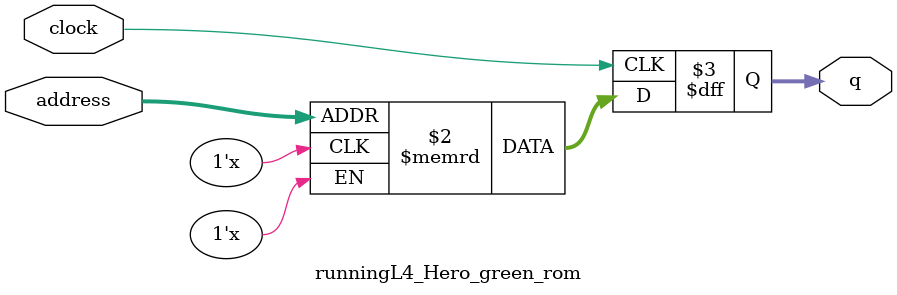
<source format=sv>
module runningL4_Hero_green_rom (
	input logic clock,
	input logic [11:0] address,
	output logic [2:0] q
);

logic [2:0] memory [0:2639] /* synthesis ram_init_file = "./runningL4_Hero_green/runningL4_Hero_green.mif" */;

always_ff @ (posedge clock) begin
	q <= memory[address];
end

endmodule

</source>
